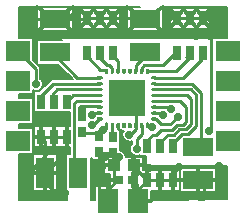
<source format=gtl>
G04 DipTrace 2.4.0.2*
%INSocialLightsmall.gtl*%
%MOIN*%
%ADD13C,0.01*%
%ADD14C,0.006*%
%ADD15C,0.013*%
%ADD16R,0.0276X0.0354*%
%ADD17R,0.0433X0.0394*%
%ADD18R,0.0354X0.0276*%
%ADD20R,0.0276X0.0512*%
%ADD22R,0.1024X0.063*%
%ADD24R,0.063X0.1024*%
%ADD25R,0.08X0.0669*%
%ADD26R,0.0669X0.08*%
%ADD30R,0.124X0.124*%
%ADD31C,0.028*%
%ADD32C,0.028*%
%FSLAX44Y44*%
G04*
G70*
G90*
G75*
G01*
%LNTop*%
%LPD*%
X8066Y6459D2*
D13*
Y6154D1*
X7896Y5983D1*
Y5673D1*
X7098Y5547D2*
Y5388D1*
Y5148D1*
X7127Y5119D1*
Y4778D1*
X7262Y4643D1*
X7098Y5547D2*
X6660D1*
X6635Y5572D1*
Y5387D1*
Y5065D1*
Y3930D1*
X6973Y3592D1*
Y3901D1*
X6937Y3937D1*
X6973Y3901D2*
Y4354D1*
X7262Y4643D1*
X7869Y6459D2*
Y6330D1*
X7680Y6141D1*
X7653D1*
X7299Y5388D2*
X7098D1*
X7869Y6459D2*
Y7059D1*
X7574Y7355D1*
X6749Y5065D2*
X6635D1*
X6857Y5387D2*
X6635D1*
X6678Y6666D2*
X6637D1*
X6430Y6458D1*
X6400D1*
X7098Y6059D2*
X7089D1*
Y6452D1*
X7082Y6459D1*
X8469Y7059D2*
X8544D1*
X8555Y7071D1*
X8993D1*
X9058Y7005D1*
X6678Y7256D2*
X5892D1*
X5817Y7181D1*
Y5016D1*
X5953Y4880D1*
X8245Y5778D2*
Y5951D1*
X8438Y6144D1*
X8554D1*
X8718Y6308D1*
X9079D1*
X9251Y6480D1*
X9450D1*
X9541Y6570D1*
Y7057D1*
X9342Y7256D1*
X8469D1*
X8678Y5778D2*
Y5895D1*
X8927Y6144D1*
X9149D1*
X9322Y6317D1*
X9531D1*
X9709Y6496D1*
Y7317D1*
X9573Y7453D1*
X8469D1*
X9111Y5778D2*
Y5875D1*
X9392Y6156D1*
X9605D1*
X9877Y6427D1*
Y7476D1*
X9702Y7650D1*
X8469D1*
Y7847D2*
X9734D1*
X10047Y7534D1*
Y5827D1*
X9950Y5730D1*
X8469Y8044D2*
X9454D1*
X10062Y8651D1*
Y8914D1*
X10120Y8856D1*
X8263Y8250D2*
X9214D1*
X9682Y8719D1*
X9549D1*
X9687Y8856D1*
X8066Y8250D2*
Y8374D1*
X8145Y8453D1*
X8774D1*
X9215Y8895D1*
X9254Y8856D1*
X7869Y8250D2*
Y8465D1*
X8364Y8960D1*
X8261D1*
X8187Y8886D1*
X7278Y8250D2*
Y8597D1*
X7078Y8796D1*
Y8898D1*
X7120Y8856D1*
X7082Y8250D2*
Y8362D1*
X6980Y8463D1*
X6925D1*
X6685Y8703D1*
Y8855D1*
X6687Y8856D1*
X6885Y8250D2*
Y8305D1*
X6682D1*
X6296Y8692D1*
Y8815D1*
X6254Y8856D1*
X6678Y8044D2*
X5919D1*
X5077Y8886D1*
X5187D1*
X4696Y7241D2*
Y7436D1*
X5106Y7847D1*
X6678D1*
Y7650D2*
X5248D1*
X5107Y7510D1*
Y7262D1*
X5129Y7241D1*
X6678Y7453D2*
X5775D1*
X5562Y7241D1*
X8469Y6666D2*
X8540D1*
X8720Y6486D1*
X9024D1*
X9284Y6746D1*
X8469Y6863D2*
X8765D1*
Y6797D1*
X6678Y6863D2*
X6404D1*
Y6800D1*
X6635Y6083D2*
Y6108D1*
X6885Y6358D1*
Y6459D1*
X6635Y6108D2*
Y6192D1*
X6111D1*
X6066Y6237D1*
X7278Y6459D2*
Y6353D1*
X7358Y6273D1*
Y5794D1*
X7853Y5300D1*
Y4828D1*
Y5063D1*
X7796Y5119D1*
Y4666D1*
X7774Y4643D1*
X7796Y5119D2*
Y5065D1*
X8245Y4616D1*
X7774Y4643D2*
Y4420D1*
Y3774D1*
X7937Y3937D1*
X8245Y4616D2*
X8678D1*
X9111D1*
X10150D1*
Y3982D1*
Y4429D1*
X9950Y4628D1*
X4696Y6079D2*
X5129D1*
X5562D1*
Y5630D1*
Y5592D1*
X4850Y4880D1*
X6763Y6297D2*
X6635D1*
Y6108D1*
X5129Y6079D2*
Y5736D1*
X4425Y5032D1*
X7839Y4828D2*
X7853D1*
X9944Y4124D2*
Y3982D1*
X10150D1*
X10299Y6258D2*
X10390D1*
Y9483D1*
X10349Y9442D1*
X5187Y9988D2*
X4528D1*
X4408Y10109D1*
X9254Y10018D2*
X9052D1*
X9018Y10052D1*
X5187Y9988D2*
X6224D1*
X6254Y10018D1*
X6687D1*
X7120D1*
X8157D1*
X8187Y9988D1*
X9254Y10018D2*
X9687D1*
X10120D1*
X7833Y4420D2*
X7774D1*
X8929Y4163D2*
X9529D1*
X9554Y4137D1*
X10254D1*
X10279Y4112D1*
X10406D1*
X10729Y4435D1*
X10279Y4112D2*
X9956D1*
X9944Y4124D1*
X4850Y4880D2*
Y5658D1*
Y5925D1*
X4696Y6079D1*
X7937Y3937D2*
Y4309D1*
X8245Y4616D1*
X5475Y5630D2*
X5562D1*
X4756Y5658D2*
X4850D1*
X4425Y5032D2*
X4366D1*
X4149Y5249D1*
X4850Y4880D2*
Y4576D1*
X5213Y4213D1*
X4509Y9388D2*
Y10008D1*
X4408Y10109D1*
X10349Y9442D2*
X9880D1*
X9874Y9437D1*
X9111Y4616D2*
Y4854D1*
X9313Y5056D1*
X8245Y4616D2*
Y4989D1*
X8300Y5044D1*
X10729Y4435D2*
Y5011D1*
X10638Y5102D1*
X6066Y6749D2*
Y6769D1*
X6000D1*
Y6964D1*
X6124Y7088D1*
X6649D1*
X6678Y7059D1*
X6069Y7003D2*
X6030Y6964D1*
X6000D1*
X4542Y7825D2*
Y8333D1*
X3937Y8937D1*
X8263Y6459D2*
X8338D1*
X8401Y6396D1*
D32*
X6404Y6800D3*
X6400Y6458D3*
X7653Y6141D3*
X7896Y5673D3*
X8401Y6396D3*
X9284Y6746D3*
X8765Y6797D3*
X9058Y7005D3*
X6069Y7003D3*
X4542Y7825D3*
X6763Y6297D3*
X4425Y5032D3*
X7839Y4828D3*
X7299Y5388D3*
X10349Y9442D3*
X10299Y6258D3*
X9944Y4124D3*
X4408Y10109D3*
X9018Y10052D3*
X5822Y10107D3*
X7441Y10125D3*
X10329Y10017D3*
X10676Y4160D3*
X8929Y4163D3*
X8501Y4178D3*
X7833Y4420D3*
X6749Y5065D3*
X6857Y5387D3*
X10279Y4112D3*
X9554Y4137D3*
X10729Y4435D3*
X4509Y9388D3*
X9874Y9437D3*
X5475Y5630D3*
X4756Y5658D3*
X4149Y5249D3*
X5213Y4213D3*
X8300Y5044D3*
X9313Y5056D3*
X10638Y5102D3*
X3973Y10348D2*
D14*
X4577D1*
X5797D2*
X6018D1*
X7356D2*
X7577D1*
X8797D2*
X9018D1*
X10356D2*
X10891D1*
X3972Y10290D2*
X4577D1*
X5797D2*
X6018D1*
X7356D2*
X7577D1*
X8797D2*
X9018D1*
X10356D2*
X10891D1*
X3972Y10231D2*
X4577D1*
X5797D2*
X6018D1*
X7356D2*
X7577D1*
X8797D2*
X9018D1*
X10356D2*
X10891D1*
X3971Y10173D2*
X4577D1*
X5797D2*
X6018D1*
X7356D2*
X7577D1*
X8797D2*
X9018D1*
X10356D2*
X10891D1*
X3971Y10114D2*
X4577D1*
X5797D2*
X6018D1*
X7356D2*
X7577D1*
X8797D2*
X9018D1*
X10356D2*
X10891D1*
X3970Y10055D2*
X4577D1*
X5797D2*
X6018D1*
X7356D2*
X7577D1*
X8797D2*
X9018D1*
X10356D2*
X10890D1*
X3970Y9997D2*
X4577D1*
X5797D2*
X6018D1*
X7356D2*
X7577D1*
X8797D2*
X9018D1*
X10356D2*
X10890D1*
X3969Y9938D2*
X4577D1*
X5797D2*
X6018D1*
X7356D2*
X7577D1*
X8797D2*
X9018D1*
X10356D2*
X10890D1*
X3969Y9880D2*
X4577D1*
X5797D2*
X6018D1*
X7356D2*
X7577D1*
X8797D2*
X9018D1*
X10356D2*
X10890D1*
X3968Y9821D2*
X4577D1*
X5797D2*
X6018D1*
X7356D2*
X7577D1*
X8797D2*
X9018D1*
X10356D2*
X10890D1*
X3968Y9763D2*
X4577D1*
X5797D2*
X6018D1*
X7356D2*
X7577D1*
X8797D2*
X9018D1*
X10356D2*
X10890D1*
X3968Y9704D2*
X4577D1*
X5797D2*
X6018D1*
X7356D2*
X7577D1*
X8797D2*
X9018D1*
X10356D2*
X10890D1*
X3967Y9646D2*
X4577D1*
X5797D2*
X7577D1*
X8797D2*
X10890D1*
X3967Y9587D2*
X4577D1*
X5797D2*
X7577D1*
X8797D2*
X10890D1*
X3966Y9529D2*
X10890D1*
X3966Y9470D2*
X10890D1*
X3965Y9412D2*
X10890D1*
X4436Y9353D2*
X10439D1*
X9896Y10366D2*
X10350D1*
Y9670D1*
X9024D1*
Y10366D1*
X9917D1*
X9910Y10392D1*
X8790Y10394D1*
X8791Y10318D1*
Y9581D1*
X7583D1*
Y10395D1*
X8025Y10396D1*
X3967Y10406D1*
X3959Y9364D1*
X4429D1*
Y9348D1*
X10445Y9350D1*
Y9364D1*
X10896D1*
X10897Y10389D1*
X9910Y10392D1*
X6896Y10366D2*
X7350D1*
Y9670D1*
X6024D1*
Y10366D1*
X6896D1*
X4589Y10395D2*
X5791D1*
Y9581D1*
X4583D1*
Y10395D1*
X4589D1*
X9890Y10366D2*
D15*
X10350Y9670D1*
Y10366D2*
X9890Y9670D1*
X9457Y10366D2*
X9917Y9670D1*
Y10366D2*
X9457Y9670D1*
X9024Y10366D2*
X9484Y9670D1*
Y10366D2*
X9024Y9670D1*
X7583Y10395D2*
X8791Y9581D1*
Y10395D2*
X7583Y9581D1*
X6890Y10366D2*
X7350Y9670D1*
Y10366D2*
X6890Y9670D1*
X6457Y10366D2*
X6917Y9670D1*
Y10366D2*
X6457Y9670D1*
X6024Y10366D2*
X6484Y9670D1*
Y10366D2*
X6024Y9670D1*
X4583Y10395D2*
X5791Y9581D1*
Y10395D2*
X4583Y9581D1*
X4435Y9240D2*
D14*
X4577D1*
X4435Y9181D2*
X4577D1*
X4435Y9123D2*
X4577D1*
X4435Y9064D2*
X4577D1*
X4435Y9006D2*
X4577D1*
X4435Y8947D2*
X4577D1*
X4435Y8889D2*
X4577D1*
X4435Y8830D2*
X4577D1*
X4435Y8772D2*
X4577D1*
X4435Y8713D2*
X4577D1*
X4435Y8655D2*
X4577D1*
X4485Y8596D2*
X4577D1*
X4544Y8538D2*
X4576D1*
X4660Y8421D2*
X5335D1*
X4687Y8362D2*
X5394D1*
X4689Y8303D2*
X5453D1*
X4689Y8245D2*
X5511D1*
X4689Y8186D2*
X5569D1*
X4689Y8128D2*
X5627D1*
X4689Y8069D2*
X5686D1*
X4689Y8011D2*
X5745D1*
X4742Y7952D2*
X5005D1*
X4769Y7894D2*
X4946D1*
X4779Y7835D2*
X4888D1*
X4775Y7777D2*
X4829D1*
X4435Y7601D2*
X4473D1*
X4610D2*
X4653D1*
X3975Y7484D2*
X4460D1*
X3975Y7426D2*
X4460D1*
X3975Y7367D2*
X4460D1*
X4435Y6840D2*
X5656D1*
X4435Y6782D2*
X5656D1*
X4435Y6723D2*
X5656D1*
X4435Y6665D2*
X5656D1*
X4435Y6606D2*
X5656D1*
X4435Y6548D2*
X5656D1*
X3975Y6489D2*
X5656D1*
X3975Y6431D2*
X5656D1*
X3975Y6372D2*
X4460D1*
X4435Y5728D2*
X5656D1*
X4435Y5670D2*
X5656D1*
X4435Y5611D2*
X5656D1*
X4435Y5553D2*
X5656D1*
X3976Y5494D2*
X5656D1*
X3976Y5436D2*
X4437D1*
X5264D2*
X5540D1*
X3976Y5377D2*
X4437D1*
X5264D2*
X5540D1*
X3976Y5318D2*
X4437D1*
X5264D2*
X5540D1*
X3976Y5260D2*
X4437D1*
X5264D2*
X5540D1*
X3976Y5201D2*
X4437D1*
X5264D2*
X5540D1*
X3976Y5143D2*
X4437D1*
X5264D2*
X5540D1*
X3976Y5084D2*
X4437D1*
X5264D2*
X5540D1*
X3976Y5026D2*
X4437D1*
X5264D2*
X5540D1*
X3976Y4967D2*
X4437D1*
X5264D2*
X5540D1*
X3976Y4909D2*
X4437D1*
X5264D2*
X5540D1*
X3976Y4850D2*
X4437D1*
X5264D2*
X5540D1*
X3976Y4792D2*
X4437D1*
X5264D2*
X5540D1*
X3976Y4733D2*
X4437D1*
X5264D2*
X5540D1*
X3976Y4675D2*
X4437D1*
X5264D2*
X5540D1*
X3976Y4616D2*
X4437D1*
X5264D2*
X5540D1*
X3976Y4558D2*
X4437D1*
X5264D2*
X5540D1*
X3976Y4499D2*
X4437D1*
X5264D2*
X5540D1*
X3977Y4441D2*
X4437D1*
X5264D2*
X5540D1*
X3977Y4382D2*
X4437D1*
X5264D2*
X5540D1*
X3977Y4323D2*
X4437D1*
X5264D2*
X5540D1*
X3977Y4265D2*
X5607D1*
X3977Y4206D2*
X5597D1*
X3977Y4148D2*
X5585D1*
X3977Y4089D2*
X5575D1*
X3977Y4031D2*
X5565D1*
X3977Y3972D2*
X5554D1*
X4613Y9293D2*
X5394D1*
X5390Y9298D1*
X4430D1*
X4429Y8795D1*
Y8645D1*
X4567Y8509D1*
X4583Y8492D1*
Y9293D1*
X4613D1*
X5283Y8479D2*
X4597D1*
X4642Y8433D1*
X4661Y8410D1*
X4674Y8383D1*
X4681Y8361D1*
X4684Y8303D1*
Y8008D1*
X4712Y7982D1*
X4731Y7959D1*
X4747Y7933D1*
X4759Y7906D1*
X4768Y7878D1*
X4773Y7848D1*
X4774Y7825D1*
X4772Y7795D1*
X4766Y7765D1*
X4757Y7737D1*
X4744Y7710D1*
X4727Y7685D1*
X4708Y7662D1*
X4686Y7642D1*
X4661Y7625D1*
X4634Y7612D1*
X4606Y7602D1*
X4577Y7595D1*
X4547Y7592D1*
X4517Y7594D1*
X4488Y7599D1*
X4459Y7607D1*
X4430Y7621D1*
X4429Y7510D1*
X3968D1*
X3969Y7364D1*
X4429D1*
Y6510D1*
X3968D1*
X3969Y6363D1*
X4429Y6364D1*
Y5510D1*
X3970D1*
X3971Y3960D1*
X5559Y3964D1*
X5570Y4028D1*
X5615Y4277D1*
X5545Y4276D1*
Y5485D1*
X5660D1*
X5661Y5732D1*
X5648Y5731D1*
X4466D1*
Y6427D1*
X5661D1*
Y6893D1*
X5523Y6892D1*
X5332Y6893D1*
X5269Y6892D1*
X4899Y6893D1*
X4836Y6892D1*
X4466D1*
Y7589D1*
X4646D1*
X5006Y7947D1*
X5029Y7966D1*
X5055Y7980D1*
X5078Y7986D1*
X5136Y7989D1*
X5773D1*
X5282Y8479D1*
X4449Y5485D2*
X5258D1*
Y4276D1*
X4443D1*
Y5485D1*
X4449D1*
X4696Y6427D2*
D15*
Y5731D1*
X4466Y6079D2*
X4696D1*
X5129Y6427D2*
Y5731D1*
X5562Y6427D2*
Y5731D1*
X4850Y5484D2*
Y4276D1*
X4443Y4880D2*
X5257D1*
X7334Y6250D2*
D14*
X7441D1*
X7334Y6191D2*
X7420D1*
X7334Y6133D2*
X7414D1*
X7334Y6074D2*
X7425D1*
X7334Y6016D2*
X7452D1*
X7334Y5957D2*
X7505D1*
X7334Y5899D2*
X7747D1*
X7334Y5840D2*
X7728D1*
X7334Y5782D2*
X7685D1*
X7337Y5723D2*
X7663D1*
X7344Y5665D2*
X7657D1*
X7384Y5606D2*
X7668D1*
X7474Y5548D2*
X7695D1*
X7514Y5489D2*
X7748D1*
X7534Y5430D2*
X8009D1*
X8111Y5372D2*
X8189D1*
X8111Y5313D2*
X8189D1*
X8111Y5255D2*
X8189D1*
X8111Y5196D2*
X8189D1*
X8111Y5138D2*
X8189D1*
X8111Y5079D2*
X8190D1*
X8264D2*
X10909D1*
X8111Y5021D2*
X8190D1*
X8264D2*
X9340D1*
X10560D2*
X10909D1*
X10560Y4962D2*
X10909D1*
X10560Y4904D2*
X10909D1*
X10560Y4845D2*
X10909D1*
X10560Y4787D2*
X10909D1*
X10560Y4728D2*
X10909D1*
X10560Y4670D2*
X10909D1*
X10560Y4611D2*
X10909D1*
X10560Y4553D2*
X10909D1*
X10560Y4494D2*
X10909D1*
X10560Y4435D2*
X10909D1*
X10560Y4377D2*
X10909D1*
X10560Y4318D2*
X10909D1*
X8370Y4260D2*
X9340D1*
X10560D2*
X10909D1*
X8370Y4201D2*
X10909D1*
X8370Y4143D2*
X10909D1*
X8370Y4084D2*
X10909D1*
X8370Y4026D2*
X10909D1*
X8370Y3967D2*
X8868D1*
X7531Y5408D2*
X8105D1*
Y4965D1*
X8196D1*
X8195Y5403D1*
X8178Y5429D1*
X8014Y5430D1*
Y5474D1*
X7989Y5460D1*
X7961Y5450D1*
X7931Y5444D1*
X7902Y5441D1*
X7872Y5442D1*
X7842Y5447D1*
X7814Y5456D1*
X7786Y5468D1*
X7761Y5484D1*
X7738Y5503D1*
X7717Y5525D1*
X7700Y5549D1*
X7685Y5575D1*
X7674Y5603D1*
X7667Y5632D1*
X7664Y5661D1*
Y5691D1*
X7668Y5721D1*
X7676Y5750D1*
X7688Y5777D1*
X7703Y5803D1*
X7721Y5827D1*
X7754Y5856D1*
X7753Y5932D1*
X7717Y5918D1*
X7688Y5912D1*
X7658Y5909D1*
X7629Y5910D1*
X7599Y5915D1*
X7570Y5924D1*
X7543Y5936D1*
X7518Y5952D1*
X7495Y5971D1*
X7474Y5993D1*
X7456Y6017D1*
X7442Y6043D1*
X7431Y6071D1*
X7424Y6100D1*
X7421Y6130D1*
Y6160D1*
X7425Y6189D1*
X7433Y6218D1*
X7445Y6245D1*
X7465Y6278D1*
X7421D1*
X7386Y6285D1*
X7328Y6278D1*
X7333D1*
X7328D1*
X7327Y5789D1*
X7329Y5747D1*
X7345Y5615D1*
X7370Y5609D1*
X7398Y5598D1*
X7424Y5584D1*
X7449Y5566D1*
X7470Y5545D1*
X7489Y5522D1*
X7505Y5497D1*
X7517Y5469D1*
X7526Y5441D1*
X7531Y5407D1*
X8257Y4965D2*
X9341D1*
Y4268D1*
X8364D1*
Y3962D1*
X10916Y3987D1*
X10915Y5100D1*
X8259D1*
X8257Y4964D1*
X9352Y5035D2*
X10555D1*
Y4221D1*
X9346D1*
Y5035D1*
X9352D1*
X7796Y5408D2*
D15*
Y5119D1*
X8105D1*
X8245Y4965D2*
Y4616D1*
X8678Y4965D2*
Y4268D1*
X9111Y4965D2*
Y4268D1*
Y4616D2*
X9341D1*
X9950Y5035D2*
Y4221D1*
X9346Y4628D2*
X10554D1*
X7937Y3937D2*
X8364D1*
X6377Y5257D2*
D14*
X6812D1*
X6377Y5198D2*
X6812D1*
X6377Y5140D2*
X6812D1*
X6377Y5081D2*
X6812D1*
X6376Y5023D2*
X6812D1*
X6376Y4964D2*
X6812D1*
X6376Y4906D2*
X6812D1*
X6376Y4847D2*
X6812D1*
X6376Y4789D2*
X6986D1*
X6376Y4730D2*
X6986D1*
X6375Y4672D2*
X6986D1*
X6375Y4613D2*
X6986D1*
X6375Y4555D2*
X6986D1*
X6375Y4496D2*
X6986D1*
X6375Y4438D2*
X6986D1*
X6375Y4379D2*
X6504D1*
X6374Y4320D2*
X6504D1*
X6374Y4262D2*
X6504D1*
X6374Y4203D2*
X6504D1*
X6374Y4145D2*
X6504D1*
X6374Y4086D2*
X6504D1*
X6374Y4028D2*
X6504D1*
X6818Y5302D2*
X6405D1*
Y5374D1*
X6371D1*
X6368Y3977D1*
X6511Y3976D1*
X6510Y4282D1*
Y4429D1*
X6992Y4431D1*
Y4830D1*
X6818D1*
Y5302D1*
Y5119D2*
D15*
X7127D1*
X6993Y4643D2*
X7262D1*
X6937Y4429D2*
Y3937D1*
D16*
X6635Y6083D3*
Y5572D3*
D17*
X7796Y5119D3*
X7127D3*
D18*
X7774Y4643D3*
X7262D3*
D20*
X9111Y5778D3*
X8678D3*
X8245D3*
Y4616D3*
X8678D3*
X9111D3*
D22*
X9950Y5730D3*
Y4628D3*
D20*
X9254Y8856D3*
X9687D3*
X10120D3*
Y10018D3*
X9687D3*
X9254D3*
D22*
X8187Y8886D3*
Y9988D3*
D20*
X6254Y8856D3*
X6687D3*
X7120D3*
Y10018D3*
X6687D3*
X6254D3*
D22*
X5187Y8886D3*
Y9988D3*
D20*
X5562Y7241D3*
X5129D3*
X4696D3*
Y6079D3*
X5129D3*
X5562D3*
D24*
X5953Y4880D3*
X4850D3*
D25*
X3937Y7937D3*
Y8937D3*
X10937D3*
Y7937D3*
X3937Y6937D3*
Y5937D3*
X10937Y6937D3*
Y5937D3*
D26*
X7937Y3937D3*
X6937D3*
D16*
X7098Y5547D3*
Y6059D3*
X6066Y6749D3*
Y6237D3*
G36*
X8428Y6720D2*
X8558D1*
Y6611D1*
X8428D1*
X8414Y6615D1*
X8402Y6622D1*
X8392Y6632D1*
X8385Y6644D1*
X8381Y6659D1*
Y6673D1*
X8385Y6687D1*
X8392Y6699D1*
X8402Y6709D1*
X8414Y6717D1*
X8428Y6720D1*
G37*
G36*
Y6917D2*
X8558D1*
Y6808D1*
X8428D1*
X8414Y6812D1*
X8402Y6819D1*
X8392Y6829D1*
X8385Y6841D1*
X8381Y6855D1*
Y6870D1*
X8385Y6884D1*
X8392Y6896D1*
X8402Y6906D1*
X8414Y6913D1*
X8428Y6917D1*
G37*
G36*
Y7114D2*
X8558D1*
Y7005D1*
X8428D1*
X8414Y7009D1*
X8402Y7016D1*
X8392Y7026D1*
X8385Y7038D1*
X8381Y7052D1*
Y7067D1*
X8385Y7081D1*
X8392Y7093D1*
X8402Y7103D1*
X8414Y7110D1*
X8428Y7114D1*
G37*
G36*
Y7311D2*
X8558D1*
Y7202D1*
X8428D1*
X8414Y7205D1*
X8402Y7213D1*
X8392Y7223D1*
X8385Y7235D1*
X8381Y7249D1*
Y7263D1*
X8385Y7278D1*
X8392Y7290D1*
X8402Y7300D1*
X8414Y7307D1*
X8428Y7311D1*
G37*
G36*
Y7508D2*
X8558D1*
Y7398D1*
X8428D1*
X8414Y7402D1*
X8402Y7409D1*
X8392Y7420D1*
X8385Y7432D1*
X8381Y7446D1*
Y7460D1*
X8385Y7474D1*
X8392Y7487D1*
X8402Y7497D1*
X8414Y7504D1*
X8428Y7508D1*
G37*
G36*
Y7705D2*
X8558D1*
Y7595D1*
X8428D1*
X8414Y7599D1*
X8402Y7606D1*
X8392Y7617D1*
X8385Y7629D1*
X8381Y7643D1*
Y7657D1*
X8385Y7671D1*
X8392Y7683D1*
X8402Y7694D1*
X8414Y7701D1*
X8428Y7705D1*
G37*
G36*
Y7902D2*
X8558D1*
Y7792D1*
X8428D1*
X8414Y7796D1*
X8402Y7803D1*
X8392Y7813D1*
X8385Y7826D1*
X8381Y7840D1*
Y7854D1*
X8385Y7868D1*
X8392Y7880D1*
X8402Y7891D1*
X8414Y7898D1*
X8428Y7902D1*
G37*
G36*
Y8098D2*
X8558D1*
Y7989D1*
X8428D1*
X8414Y7993D1*
X8402Y8000D1*
X8392Y8010D1*
X8385Y8022D1*
X8381Y8037D1*
Y8051D1*
X8385Y8065D1*
X8392Y8077D1*
X8402Y8087D1*
X8414Y8094D1*
X8428Y8098D1*
G37*
G36*
X8208Y8209D2*
Y8339D1*
X8317D1*
Y8209D1*
X8313Y8195D1*
X8306Y8183D1*
X8296Y8173D1*
X8284Y8166D1*
X8270Y8162D1*
X8256D1*
X8241Y8166D1*
X8229Y8173D1*
X8219Y8183D1*
X8212Y8195D1*
X8208Y8209D1*
G37*
G36*
X8011D2*
Y8339D1*
X8121D1*
Y8209D1*
X8117Y8195D1*
X8109Y8183D1*
X8099Y8173D1*
X8087Y8166D1*
X8073Y8162D1*
X8059D1*
X8045Y8166D1*
X8032Y8173D1*
X8022Y8183D1*
X8015Y8195D1*
X8011Y8209D1*
G37*
G36*
X7814D2*
Y8339D1*
X7924D1*
Y8209D1*
X7920Y8195D1*
X7913Y8183D1*
X7902Y8173D1*
X7890Y8166D1*
X7876Y8162D1*
X7862D1*
X7848Y8166D1*
X7835Y8173D1*
X7825Y8183D1*
X7818Y8195D1*
X7814Y8209D1*
G37*
G36*
X7617D2*
Y8339D1*
X7727D1*
Y8209D1*
X7723Y8195D1*
X7716Y8183D1*
X7706Y8173D1*
X7693Y8166D1*
X7679Y8162D1*
X7665D1*
X7651Y8166D1*
X7639Y8173D1*
X7628Y8183D1*
X7621Y8195D1*
X7617Y8209D1*
G37*
G36*
X7421D2*
Y8339D1*
X7530D1*
Y8209D1*
X7526Y8195D1*
X7519Y8183D1*
X7509Y8173D1*
X7496Y8166D1*
X7482Y8162D1*
X7468D1*
X7454Y8166D1*
X7442Y8173D1*
X7432Y8183D1*
X7424Y8195D1*
X7421Y8209D1*
G37*
G36*
X7224D2*
Y8339D1*
X7333D1*
Y8209D1*
X7329Y8195D1*
X7322Y8183D1*
X7312Y8173D1*
X7300Y8166D1*
X7285Y8162D1*
X7271D1*
X7257Y8166D1*
X7245Y8173D1*
X7235Y8183D1*
X7228Y8195D1*
X7224Y8209D1*
G37*
G36*
X7027D2*
Y8339D1*
X7136D1*
Y8209D1*
X7132Y8195D1*
X7125Y8183D1*
X7115Y8173D1*
X7103Y8166D1*
X7089Y8162D1*
X7074D1*
X7060Y8166D1*
X7048Y8173D1*
X7038Y8183D1*
X7031Y8195D1*
X7027Y8209D1*
G37*
G36*
X6830D2*
Y8339D1*
X6939D1*
Y8209D1*
X6935Y8195D1*
X6928Y8183D1*
X6918Y8173D1*
X6906Y8166D1*
X6892Y8162D1*
X6878D1*
X6863Y8166D1*
X6851Y8173D1*
X6841Y8183D1*
X6834Y8195D1*
X6830Y8209D1*
G37*
G36*
X6719Y7989D2*
X6589D1*
Y8098D1*
X6719D1*
X6733Y8094D1*
X6745Y8087D1*
X6756Y8077D1*
X6763Y8065D1*
X6767Y8051D1*
Y8037D1*
X6763Y8022D1*
X6756Y8010D1*
X6745Y8000D1*
X6733Y7993D1*
X6719Y7989D1*
G37*
G36*
Y7792D2*
X6589D1*
Y7902D1*
X6719D1*
X6733Y7898D1*
X6745Y7891D1*
X6756Y7880D1*
X6763Y7868D1*
X6767Y7854D1*
Y7840D1*
X6763Y7826D1*
X6756Y7813D1*
X6745Y7803D1*
X6733Y7796D1*
X6719Y7792D1*
G37*
G36*
Y7595D2*
X6589D1*
Y7705D1*
X6719D1*
X6733Y7701D1*
X6745Y7694D1*
X6756Y7683D1*
X6763Y7671D1*
X6767Y7657D1*
Y7643D1*
X6763Y7629D1*
X6756Y7617D1*
X6745Y7606D1*
X6733Y7599D1*
X6719Y7595D1*
G37*
G36*
Y7398D2*
X6589D1*
Y7508D1*
X6719D1*
X6733Y7504D1*
X6745Y7497D1*
X6756Y7487D1*
X6763Y7474D1*
X6767Y7460D1*
Y7446D1*
X6763Y7432D1*
X6756Y7420D1*
X6745Y7409D1*
X6733Y7402D1*
X6719Y7398D1*
G37*
G36*
Y7202D2*
X6589D1*
Y7311D1*
X6719D1*
X6733Y7307D1*
X6745Y7300D1*
X6756Y7290D1*
X6763Y7278D1*
X6767Y7263D1*
Y7249D1*
X6763Y7235D1*
X6756Y7223D1*
X6745Y7213D1*
X6733Y7205D1*
X6719Y7202D1*
G37*
G36*
Y7005D2*
X6589D1*
Y7114D1*
X6719D1*
X6733Y7110D1*
X6745Y7103D1*
X6756Y7093D1*
X6763Y7081D1*
X6767Y7067D1*
Y7052D1*
X6763Y7038D1*
X6756Y7026D1*
X6745Y7016D1*
X6733Y7009D1*
X6719Y7005D1*
G37*
G36*
Y6808D2*
X6589D1*
Y6917D1*
X6719D1*
X6733Y6913D1*
X6745Y6906D1*
X6756Y6896D1*
X6763Y6884D1*
X6767Y6870D1*
Y6855D1*
X6763Y6841D1*
X6756Y6829D1*
X6745Y6819D1*
X6733Y6812D1*
X6719Y6808D1*
G37*
G36*
Y6611D2*
X6589D1*
Y6720D1*
X6719D1*
X6733Y6717D1*
X6745Y6709D1*
X6756Y6699D1*
X6763Y6687D1*
X6767Y6673D1*
Y6659D1*
X6763Y6644D1*
X6756Y6632D1*
X6745Y6622D1*
X6733Y6615D1*
X6719Y6611D1*
G37*
G36*
X6939Y6500D2*
Y6370D1*
X6830D1*
Y6500D1*
X6834Y6514D1*
X6841Y6526D1*
X6851Y6537D1*
X6863Y6544D1*
X6878Y6548D1*
X6892D1*
X6906Y6544D1*
X6918Y6537D1*
X6928Y6526D1*
X6935Y6514D1*
X6939Y6500D1*
G37*
G36*
X7136D2*
Y6370D1*
X7027D1*
Y6500D1*
X7031Y6514D1*
X7038Y6526D1*
X7048Y6537D1*
X7060Y6544D1*
X7074Y6548D1*
X7089D1*
X7103Y6544D1*
X7115Y6537D1*
X7125Y6526D1*
X7132Y6514D1*
X7136Y6500D1*
G37*
G36*
X7333D2*
Y6370D1*
X7224D1*
Y6500D1*
X7228Y6514D1*
X7235Y6526D1*
X7245Y6537D1*
X7257Y6544D1*
X7271Y6548D1*
X7285D1*
X7300Y6544D1*
X7312Y6537D1*
X7322Y6526D1*
X7329Y6514D1*
X7333Y6500D1*
G37*
G36*
X7530D2*
Y6370D1*
X7421D1*
Y6500D1*
X7424Y6514D1*
X7432Y6526D1*
X7442Y6537D1*
X7454Y6544D1*
X7468Y6548D1*
X7482D1*
X7496Y6544D1*
X7509Y6537D1*
X7519Y6526D1*
X7526Y6514D1*
X7530Y6500D1*
G37*
G36*
X7727D2*
Y6370D1*
X7617D1*
Y6500D1*
X7621Y6514D1*
X7628Y6526D1*
X7639Y6537D1*
X7651Y6544D1*
X7665Y6548D1*
X7679D1*
X7693Y6544D1*
X7706Y6537D1*
X7716Y6526D1*
X7723Y6514D1*
X7727Y6500D1*
G37*
G36*
X7924D2*
Y6370D1*
X7814D1*
Y6500D1*
X7818Y6514D1*
X7825Y6526D1*
X7835Y6537D1*
X7848Y6544D1*
X7862Y6548D1*
X7876D1*
X7890Y6544D1*
X7902Y6537D1*
X7913Y6526D1*
X7920Y6514D1*
X7924Y6500D1*
G37*
G36*
X8121D2*
Y6370D1*
X8011D1*
Y6500D1*
X8015Y6514D1*
X8022Y6526D1*
X8032Y6537D1*
X8045Y6544D1*
X8059Y6548D1*
X8073D1*
X8087Y6544D1*
X8099Y6537D1*
X8109Y6526D1*
X8117Y6514D1*
X8121Y6500D1*
G37*
G36*
X8317D2*
Y6370D1*
X8208D1*
Y6500D1*
X8212Y6514D1*
X8219Y6526D1*
X8229Y6537D1*
X8241Y6544D1*
X8256Y6548D1*
X8270D1*
X8284Y6544D1*
X8296Y6537D1*
X8306Y6526D1*
X8313Y6514D1*
X8317Y6500D1*
G37*
D30*
X7574Y7355D3*
D31*
X7734Y7199D3*
X7434D3*
X7134D3*
X8034D3*
X7732Y7498D3*
X7432D3*
X7132D3*
X8032D3*
X7732Y6897D3*
X7432D3*
X7132D3*
X8032D3*
X7732Y7798D3*
X7432D3*
X7132D3*
X8032D3*
M02*

</source>
